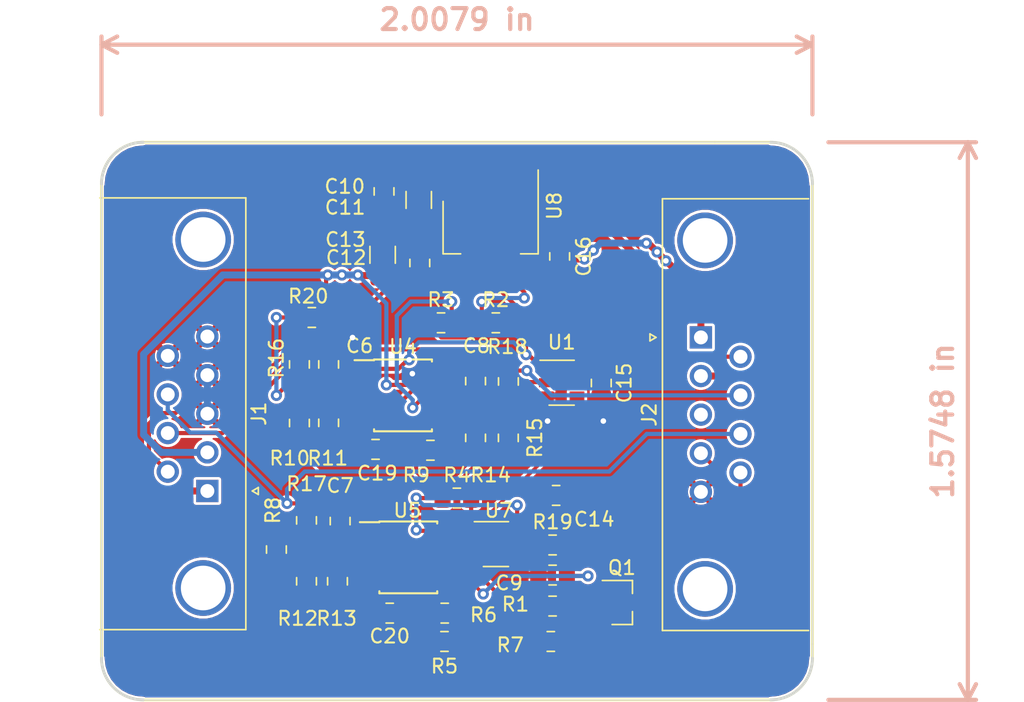
<source format=kicad_pcb>
(kicad_pcb (version 20171130) (host pcbnew "(5.1.0)-1")
  (layers (0 F.Cu signal) (31 B.Cu signal) (34 B.Paste user) (35 F.Paste user) (36 B.SilkS user) (37 F.SilkS user) (38 B.Mask user) (39 F.Mask user) (44 Edge.Cuts user))
  (net 0 "")
  (net 1 GND)
  (net 2 "Net-(C6-Pad1)")
  (net 3 "Net-(C7-Pad1)")
  (net 4 "Net-(C8-Pad1)")
  (net 5 +12V)
  (net 6 VCC)
  (net 7 CURRENT_SENSOR)
  (net 8 PRESSURE_SENSOR2)
  (net 9 PRESSURE_SENSOR1)
  (net 10 BSPD_RELAY_DRIVE)
  (net 11 "Net-(Q1-Pad1)")
  (net 12 /VREF1)
  (net 13 /VREF2)
  (net 14 /VREF3)
  (net 15 "Net-(R19-Pad1)")
  (net 16 "Net-(C9-Pad1)")
  (net 17 ~BSPD_ERROR)
  (net 18 "Net-(R2-Pad2)")
  (net 19 "Net-(R3-Pad2)")
  (net 20 "Net-(R4-Pad2)")
  (net 21 "Net-(R5-Pad2)")
  (net 22 "Net-(U1-Pad4)")
  (module Package_TO_SOT_SMD:SOT-23-5 (layer F.Cu) (at 87.01 128.25)
    (fp_text reference U1 (at 0 -2.9) (layer F.SilkS))
    (fp_text value 74LVC1G32)
    (pad 5 smd rect (at 1.1 -0.95) (size 1.06 0.65) (layers F.Cu F.Paste F.Mask) (net 6 VCC))
    (pad 4 smd rect (at 1.1 0.95) (size 1.06 0.65) (layers F.Cu F.Paste F.Mask) (net 22 "Net-(U1-Pad4)"))
    (pad 3 smd rect (at -1.1 0.95) (size 1.06 0.65) (layers F.Cu F.Paste F.Mask) (net 1 GND))
    (pad 2 smd rect (at -1.1 0) (size 1.06 0.65) (layers F.Cu F.Paste F.Mask) (net 19 "Net-(R3-Pad2)"))
    (pad 1 smd rect (at -1.1 -0.95) (size 1.06 0.65) (layers F.Cu F.Paste F.Mask) (net 18 "Net-(R2-Pad2)"))
  )
  (module Capacitor_SMD:C_0805_2012Metric_Pad1.15x1.40mm_HandSolder (layer F.Cu) (at 70.2945 126.9365 90)
    (fp_text reference C6 (at 1.3335 2.2225 180) (layer F.SilkS))
    (fp_text value 1uF)
    (pad 2 smd roundrect (at 1.025 0 90) (size 1.15 1.4) (layers F.Cu F.Paste F.Mask) (roundrect_rratio 0.217391) (net 1 GND))
    (pad 1 smd roundrect (at -1.025 0 90) (size 1.15 1.4) (layers F.Cu F.Paste F.Mask) (roundrect_rratio 0.217391) (net 2 "Net-(C6-Pad1)"))
  )
  (module Capacitor_SMD:C_0805_2012Metric_Pad1.15x1.40mm_HandSolder (layer F.Cu) (at 71.12 138.176 90)
    (fp_text reference C7 (at 2.54 0 -180) (layer F.SilkS))
    (fp_text value 1uF)
    (pad 1 smd roundrect (at -1.025 0 90) (size 1.15 1.4) (layers F.Cu F.Paste F.Mask) (roundrect_rratio 0.217391) (net 3 "Net-(C7-Pad1)"))
    (pad 2 smd roundrect (at 1.025 0 90) (size 1.15 1.4) (layers F.Cu F.Paste F.Mask) (roundrect_rratio 0.217391) (net 1 GND))
  )
  (module Capacitor_SMD:C_0805_2012Metric_Pad1.15x1.40mm_HandSolder (layer F.Cu) (at 80.8355 128.134 90)
    (fp_text reference C8 (at 2.531 0.0635 180) (layer F.SilkS))
    (fp_text value 1uF)
    (pad 2 smd roundrect (at 1.025 0 90) (size 1.15 1.4) (layers F.Cu F.Paste F.Mask) (roundrect_rratio 0.217391) (net 1 GND))
    (pad 1 smd roundrect (at -1.025 0 90) (size 1.15 1.4) (layers F.Cu F.Paste F.Mask) (roundrect_rratio 0.217391) (net 4 "Net-(C8-Pad1)"))
  )
  (module Capacitor_SMD:C_0805_2012Metric_Pad1.15x1.40mm_HandSolder (layer F.Cu) (at 86.36 142.0495 180)
    (fp_text reference C9 (at 3.1115 -0.5715 180) (layer F.SilkS))
    (fp_text value 1uF)
    (pad 1 smd roundrect (at -1.025 0 180) (size 1.15 1.4) (layers F.Cu F.Paste F.Mask) (roundrect_rratio 0.217391) (net 16 "Net-(C9-Pad1)"))
    (pad 2 smd roundrect (at 1.025 0 180) (size 1.15 1.4) (layers F.Cu F.Paste F.Mask) (roundrect_rratio 0.217391) (net 1 GND))
  )
  (module Capacitor_SMD:C_1206_3216Metric_Pad1.42x1.75mm_HandSolder (layer F.Cu) (at 76.7588 115.1382 270)
    (fp_text reference C10 (at -0.9652 5.3086) (layer F.SilkS))
    (fp_text value 10uF)
    (pad 1 smd roundrect (at -1.4875 0 270) (size 1.425 1.75) (layers F.Cu F.Paste F.Mask) (roundrect_rratio 0.175439) (net 5 +12V))
    (pad 2 smd roundrect (at 1.4875 0 270) (size 1.425 1.75) (layers F.Cu F.Paste F.Mask) (roundrect_rratio 0.175439) (net 1 GND))
  )
  (module Capacitor_SMD:C_0805_2012Metric_Pad1.15x1.40mm_HandSolder (layer F.Cu) (at 74.2696 114.5286 270)
    (fp_text reference C11 (at 1.143 2.794) (layer F.SilkS))
    (fp_text value 100nF)
    (pad 1 smd roundrect (at -1.025 0 270) (size 1.15 1.4) (layers F.Cu F.Paste F.Mask) (roundrect_rratio 0.217391) (net 5 +12V))
    (pad 2 smd roundrect (at 1.025 0 270) (size 1.15 1.4) (layers F.Cu F.Paste F.Mask) (roundrect_rratio 0.217391) (net 1 GND))
  )
  (module Capacitor_SMD:C_0805_2012Metric_Pad1.15x1.40mm_HandSolder (layer F.Cu) (at 76.835 119.6594 90)
    (fp_text reference C12 (at 0.381 -5.2832 180) (layer F.SilkS))
    (fp_text value 100nF)
    (pad 1 smd roundrect (at -1.025 0 90) (size 1.15 1.4) (layers F.Cu F.Paste F.Mask) (roundrect_rratio 0.217391) (net 6 VCC))
    (pad 2 smd roundrect (at 1.025 0 90) (size 1.15 1.4) (layers F.Cu F.Paste F.Mask) (roundrect_rratio 0.217391) (net 1 GND))
  )
  (module Capacitor_SMD:C_1206_3216Metric_Pad1.42x1.75mm_HandSolder (layer F.Cu) (at 74.168 119.0752 90)
    (fp_text reference C13 (at 1.0922 -2.667 180) (layer F.SilkS))
    (fp_text value 10uF)
    (pad 2 smd roundrect (at 1.4875 0 90) (size 1.425 1.75) (layers F.Cu F.Paste F.Mask) (roundrect_rratio 0.175439) (net 1 GND))
    (pad 1 smd roundrect (at -1.4875 0 90) (size 1.425 1.75) (layers F.Cu F.Paste F.Mask) (roundrect_rratio 0.175439) (net 6 VCC))
  )
  (module Capacitor_SMD:C_0805_2012Metric_Pad1.15x1.40mm_HandSolder (layer F.Cu) (at 86.614 136.3345)
    (fp_text reference C14 (at 2.7305 1.7145) (layer F.SilkS))
    (fp_text value 100nF)
    (pad 2 smd roundrect (at 1.025 0) (size 1.15 1.4) (layers F.Cu F.Paste F.Mask) (roundrect_rratio 0.217391) (net 1 GND))
    (pad 1 smd roundrect (at -1.025 0) (size 1.15 1.4) (layers F.Cu F.Paste F.Mask) (roundrect_rratio 0.217391) (net 6 VCC))
  )
  (module Capacitor_SMD:C_0805_2012Metric_Pad1.15x1.40mm_HandSolder (layer F.Cu) (at 89.8525 128.27 270)
    (fp_text reference C15 (at 0 -1.65 270) (layer F.SilkS))
    (fp_text value 100nF)
    (pad 1 smd roundrect (at -1.025 0 270) (size 1.15 1.4) (layers F.Cu F.Paste F.Mask) (roundrect_rratio 0.217391) (net 6 VCC))
    (pad 2 smd roundrect (at 1.025 0 270) (size 1.15 1.4) (layers F.Cu F.Paste F.Mask) (roundrect_rratio 0.217391) (net 1 GND))
  )
  (module Capacitor_SMD:C_0805_2012Metric_Pad1.15x1.40mm_HandSolder (layer F.Cu) (at 86.868 119.1895 90)
    (fp_text reference C16 (at 0 1.7145 90) (layer F.SilkS))
    (fp_text value 100nF)
    (pad 2 smd roundrect (at 1.025 0 90) (size 1.15 1.4) (layers F.Cu F.Paste F.Mask) (roundrect_rratio 0.217391) (net 1 GND))
    (pad 1 smd roundrect (at -1.025 0 90) (size 1.15 1.4) (layers F.Cu F.Paste F.Mask) (roundrect_rratio 0.217391) (net 6 VCC))
  )
  (module Capacitor_SMD:C_0805_2012Metric_Pad1.15x1.40mm_HandSolder (layer F.Cu) (at 73.66 133.0325 180)
    (fp_text reference C19 (at -0.127 -1.7145 180) (layer F.SilkS))
    (fp_text value 100nF)
    (pad 2 smd roundrect (at 1.025 0 180) (size 1.15 1.4) (layers F.Cu F.Paste F.Mask) (roundrect_rratio 0.217391) (net 1 GND))
    (pad 1 smd roundrect (at -1.025 0 180) (size 1.15 1.4) (layers F.Cu F.Paste F.Mask) (roundrect_rratio 0.217391) (net 6 VCC))
  )
  (module Capacitor_SMD:C_0805_2012Metric_Pad1.15x1.40mm_HandSolder (layer F.Cu) (at 74.676 144.78 180)
    (fp_text reference C20 (at 0 -1.651 180) (layer F.SilkS))
    (fp_text value 100nF)
    (pad 1 smd roundrect (at -1.025 0 180) (size 1.15 1.4) (layers F.Cu F.Paste F.Mask) (roundrect_rratio 0.217391) (net 6 VCC))
    (pad 2 smd roundrect (at 1.025 0 180) (size 1.15 1.4) (layers F.Cu F.Paste F.Mask) (roundrect_rratio 0.217391) (net 1 GND))
  )
  (module Connector_Dsub:DSUB-9_Female_Horizontal_P2.77x2.84mm_EdgePinOffset4.94mm_Housed_MountingHolesOffset7.48mm (layer F.Cu) (at 61.595 136.017 270)
    (fp_text reference J1 (at -5.54 -3.7 270) (layer F.SilkS))
    (fp_text value DB9_Female)
    (pad 0 thru_hole circle (at 6.96 0.3 270) (size 4 4) (drill 3.2) (layers *.Cu *.Mask))
    (pad 0 thru_hole circle (at -18.04 0.3 270) (size 4 4) (drill 3.2) (layers *.Cu *.Mask))
    (pad 9 thru_hole circle (at -9.695 2.84 270) (size 1.6 1.6) (drill 1) (layers *.Cu *.Mask) (net 1 GND))
    (pad 8 thru_hole circle (at -6.925 2.84 270) (size 1.6 1.6) (drill 1) (layers *.Cu *.Mask) (net 7 CURRENT_SENSOR))
    (pad 7 thru_hole circle (at -4.155 2.84 270) (size 1.6 1.6) (drill 1) (layers *.Cu *.Mask) (net 8 PRESSURE_SENSOR2))
    (pad 6 thru_hole circle (at -1.385 2.84 270) (size 1.6 1.6) (drill 1) (layers *.Cu *.Mask) (net 9 PRESSURE_SENSOR1))
    (pad 5 thru_hole circle (at -11.08 0 270) (size 1.6 1.6) (drill 1) (layers *.Cu *.Mask) (net 1 GND))
    (pad 4 thru_hole circle (at -8.31 0 270) (size 1.6 1.6) (drill 1) (layers *.Cu *.Mask) (net 1 GND))
    (pad 3 thru_hole circle (at -5.54 0 270) (size 1.6 1.6) (drill 1) (layers *.Cu *.Mask) (net 1 GND))
    (pad 2 thru_hole circle (at -2.77 0 270) (size 1.6 1.6) (drill 1) (layers *.Cu *.Mask) (net 6 VCC))
    (pad 1 thru_hole rect (at 0 0 270) (size 1.6 1.6) (drill 1) (layers *.Cu *.Mask) (net 5 +12V))
  )
  (module Connector_Dsub:DSUB-9_Female_Horizontal_P2.77x2.84mm_EdgePinOffset4.94mm_Housed_MountingHolesOffset7.48mm (layer F.Cu) (at 97 125 90)
    (fp_text reference J2 (at -5.54 -3.7 90) (layer F.SilkS))
    (fp_text value DB9_Female)
    (pad 1 thru_hole rect (at 0 0 90) (size 1.6 1.6) (drill 1) (layers *.Cu *.Mask) (net 5 +12V))
    (pad 2 thru_hole circle (at -2.77 0 90) (size 1.6 1.6) (drill 1) (layers *.Cu *.Mask) (net 6 VCC))
    (pad 3 thru_hole circle (at -5.54 0 90) (size 1.6 1.6) (drill 1) (layers *.Cu *.Mask))
    (pad 4 thru_hole circle (at -8.31 0 90) (size 1.6 1.6) (drill 1) (layers *.Cu *.Mask) (net 10 BSPD_RELAY_DRIVE))
    (pad 5 thru_hole circle (at -11.08 0 90) (size 1.6 1.6) (drill 1) (layers *.Cu *.Mask) (net 1 GND))
    (pad 6 thru_hole circle (at -1.385 2.84 90) (size 1.6 1.6) (drill 1) (layers *.Cu *.Mask) (net 9 PRESSURE_SENSOR1))
    (pad 7 thru_hole circle (at -4.155 2.84 90) (size 1.6 1.6) (drill 1) (layers *.Cu *.Mask) (net 8 PRESSURE_SENSOR2))
    (pad 8 thru_hole circle (at -6.925 2.84 90) (size 1.6 1.6) (drill 1) (layers *.Cu *.Mask) (net 7 CURRENT_SENSOR))
    (pad 9 thru_hole circle (at -9.695 2.84 90) (size 1.6 1.6) (drill 1) (layers *.Cu *.Mask) (net 17 ~BSPD_ERROR))
    (pad 0 thru_hole circle (at -18.04 0.3 90) (size 4 4) (drill 3.2) (layers *.Cu *.Mask))
    (pad 0 thru_hole circle (at 6.96 0.3 90) (size 4 4) (drill 3.2) (layers *.Cu *.Mask))
  )
  (module Package_TO_SOT_SMD:SOT-23 (layer F.Cu) (at 91.329 144.018)
    (fp_text reference Q1 (at 0 -2.5) (layer F.SilkS))
    (fp_text value BC817)
    (pad 1 smd rect (at -1 -0.95) (size 0.9 0.8) (layers F.Cu F.Paste F.Mask) (net 11 "Net-(Q1-Pad1)"))
    (pad 2 smd rect (at -1 0.95) (size 0.9 0.8) (layers F.Cu F.Paste F.Mask) (net 1 GND))
    (pad 3 smd rect (at 1 0) (size 0.9 0.8) (layers F.Cu F.Paste F.Mask) (net 10 BSPD_RELAY_DRIVE))
  )
  (module Resistor_SMD:R_0805_2012Metric_Pad1.15x1.40mm_HandSolder (layer F.Cu) (at 86.36 144.272 180)
    (fp_text reference R1 (at 2.667 0.127 180) (layer F.SilkS))
    (fp_text value 560R)
    (pad 1 smd roundrect (at -1.025 0 180) (size 1.15 1.4) (layers F.Cu F.Paste F.Mask) (roundrect_rratio 0.217391) (net 17 ~BSPD_ERROR))
    (pad 2 smd roundrect (at 1.025 0 180) (size 1.15 1.4) (layers F.Cu F.Paste F.Mask) (roundrect_rratio 0.217391) (net 11 "Net-(Q1-Pad1)"))
  )
  (module Resistor_SMD:R_0805_2012Metric_Pad1.15x1.40mm_HandSolder (layer F.Cu) (at 68.199 131.1402 90)
    (fp_text reference R10 (at -2.5273 -0.6985 180) (layer F.SilkS))
    (fp_text value 1K)
    (pad 2 smd roundrect (at 1.025 0 90) (size 1.15 1.4) (layers F.Cu F.Paste F.Mask) (roundrect_rratio 0.217391) (net 12 /VREF1))
    (pad 1 smd roundrect (at -1.025 0 90) (size 1.15 1.4) (layers F.Cu F.Paste F.Mask) (roundrect_rratio 0.217391) (net 6 VCC))
  )
  (module Resistor_SMD:R_0805_2012Metric_Pad1.15x1.40mm_HandSolder (layer F.Cu) (at 70.2945 131.1275 270)
    (fp_text reference R11 (at 2.54 0.0635 180) (layer F.SilkS))
    (fp_text value 560R)
    (pad 1 smd roundrect (at -1.025 0 270) (size 1.15 1.4) (layers F.Cu F.Paste F.Mask) (roundrect_rratio 0.217391) (net 12 /VREF1))
    (pad 2 smd roundrect (at 1.025 0 270) (size 1.15 1.4) (layers F.Cu F.Paste F.Mask) (roundrect_rratio 0.217391) (net 1 GND))
  )
  (module Resistor_SMD:R_0805_2012Metric_Pad1.15x1.40mm_HandSolder (layer F.Cu) (at 68.707 142.494 90)
    (fp_text reference R12 (at -2.667 -0.635) (layer F.SilkS))
    (fp_text value 10K)
    (pad 1 smd roundrect (at -1.025 0 90) (size 1.15 1.4) (layers F.Cu F.Paste F.Mask) (roundrect_rratio 0.217391) (net 6 VCC))
    (pad 2 smd roundrect (at 1.025 0 90) (size 1.15 1.4) (layers F.Cu F.Paste F.Mask) (roundrect_rratio 0.217391) (net 14 /VREF3))
  )
  (module Resistor_SMD:R_0805_2012Metric_Pad1.15x1.40mm_HandSolder (layer F.Cu) (at 70.9295 142.494 270)
    (fp_text reference R13 (at 2.667 0.0635 180) (layer F.SilkS))
    (fp_text value 1K)
    (pad 1 smd roundrect (at -1.025 0 270) (size 1.15 1.4) (layers F.Cu F.Paste F.Mask) (roundrect_rratio 0.217391) (net 14 /VREF3))
    (pad 2 smd roundrect (at 1.025 0 270) (size 1.15 1.4) (layers F.Cu F.Paste F.Mask) (roundrect_rratio 0.217391) (net 1 GND))
  )
  (module Resistor_SMD:R_0805_2012Metric_Pad1.15x1.40mm_HandSolder (layer F.Cu) (at 80.8355 132.207 90)
    (fp_text reference R14 (at -2.667 1.0795 180) (layer F.SilkS))
    (fp_text value 1K)
    (pad 2 smd roundrect (at 1.025 0 90) (size 1.15 1.4) (layers F.Cu F.Paste F.Mask) (roundrect_rratio 0.217391) (net 13 /VREF2))
    (pad 1 smd roundrect (at -1.025 0 90) (size 1.15 1.4) (layers F.Cu F.Paste F.Mask) (roundrect_rratio 0.217391) (net 6 VCC))
  )
  (module Resistor_SMD:R_0805_2012Metric_Pad1.15x1.40mm_HandSolder (layer F.Cu) (at 83.185 132.207 270)
    (fp_text reference R15 (at 0 -1.905 90) (layer F.SilkS))
    (fp_text value 560R)
    (pad 1 smd roundrect (at -1.025 0 270) (size 1.15 1.4) (layers F.Cu F.Paste F.Mask) (roundrect_rratio 0.217391) (net 13 /VREF2))
    (pad 2 smd roundrect (at 1.025 0 270) (size 1.15 1.4) (layers F.Cu F.Paste F.Mask) (roundrect_rratio 0.217391) (net 1 GND))
  )
  (module Resistor_SMD:R_0805_2012Metric_Pad1.15x1.40mm_HandSolder (layer F.Cu) (at 68.199 126.9365 90)
    (fp_text reference R16 (at 0.4445 -1.651 270) (layer F.SilkS))
    (fp_text value 10K)
    (pad 2 smd roundrect (at 1.025 0 90) (size 1.15 1.4) (layers F.Cu F.Paste F.Mask) (roundrect_rratio 0.217391) (net 9 PRESSURE_SENSOR1))
    (pad 1 smd roundrect (at -1.025 0 90) (size 1.15 1.4) (layers F.Cu F.Paste F.Mask) (roundrect_rratio 0.217391) (net 2 "Net-(C6-Pad1)"))
  )
  (module Resistor_SMD:R_0805_2012Metric_Pad1.15x1.40mm_HandSolder (layer F.Cu) (at 68.707 138.1252 90)
    (fp_text reference R17 (at 2.6162 0 180) (layer F.SilkS))
    (fp_text value 10K)
    (pad 2 smd roundrect (at 1.025 0 90) (size 1.15 1.4) (layers F.Cu F.Paste F.Mask) (roundrect_rratio 0.217391) (net 7 CURRENT_SENSOR))
    (pad 1 smd roundrect (at -1.025 0 90) (size 1.15 1.4) (layers F.Cu F.Paste F.Mask) (roundrect_rratio 0.217391) (net 3 "Net-(C7-Pad1)"))
  )
  (module Resistor_SMD:R_0805_2012Metric_Pad1.15x1.40mm_HandSolder (layer F.Cu) (at 83.19 128.16 90)
    (fp_text reference R18 (at 2.4892 -0.0635 180) (layer F.SilkS))
    (fp_text value 10K)
    (pad 1 smd roundrect (at -1.025 0 90) (size 1.15 1.4) (layers F.Cu F.Paste F.Mask) (roundrect_rratio 0.217391) (net 4 "Net-(C8-Pad1)"))
    (pad 2 smd roundrect (at 1.025 0 90) (size 1.15 1.4) (layers F.Cu F.Paste F.Mask) (roundrect_rratio 0.217391) (net 8 PRESSURE_SENSOR2))
  )
  (module Resistor_SMD:R_0805_2012Metric_Pad1.15x1.40mm_HandSolder (layer F.Cu) (at 86.36 139.8905)
    (fp_text reference R19 (at 0 -1.65) (layer F.SilkS))
    (fp_text value 1M)
    (pad 2 smd roundrect (at 1.025 0) (size 1.15 1.4) (layers F.Cu F.Paste F.Mask) (roundrect_rratio 0.217391) (net 16 "Net-(C9-Pad1)"))
    (pad 1 smd roundrect (at -1.025 0) (size 1.15 1.4) (layers F.Cu F.Paste F.Mask) (roundrect_rratio 0.217391) (net 15 "Net-(R19-Pad1)"))
  )
  (module Package_SO:SOIC-8_3.9x4.9mm_P1.27mm (layer F.Cu) (at 75.6285 129.159)
    (fp_text reference U4 (at 0 -3.5) (layer F.SilkS))
    (fp_text value LM393)
    (pad 1 smd rect (at -2.7 -1.905) (size 1.55 0.6) (layers F.Cu F.Paste F.Mask) (net 18 "Net-(R2-Pad2)"))
    (pad 2 smd rect (at -2.7 -0.635) (size 1.55 0.6) (layers F.Cu F.Paste F.Mask) (net 2 "Net-(C6-Pad1)"))
    (pad 3 smd rect (at -2.7 0.635) (size 1.55 0.6) (layers F.Cu F.Paste F.Mask) (net 12 /VREF1))
    (pad 4 smd rect (at -2.7 1.905) (size 1.55 0.6) (layers F.Cu F.Paste F.Mask) (net 1 GND))
    (pad 5 smd rect (at 2.7 1.905) (size 1.55 0.6) (layers F.Cu F.Paste F.Mask) (net 13 /VREF2))
    (pad 6 smd rect (at 2.7 0.635) (size 1.55 0.6) (layers F.Cu F.Paste F.Mask) (net 4 "Net-(C8-Pad1)"))
    (pad 7 smd rect (at 2.7 -0.635) (size 1.55 0.6) (layers F.Cu F.Paste F.Mask) (net 19 "Net-(R3-Pad2)"))
    (pad 8 smd rect (at 2.7 -1.905) (size 1.55 0.6) (layers F.Cu F.Paste F.Mask) (net 6 VCC))
  )
  (module Package_SO:SOIC-8_3.9x4.9mm_P1.27mm (layer F.Cu) (at 76.0095 140.7795)
    (fp_text reference U5 (at -0.0635 -3.3655) (layer F.SilkS))
    (fp_text value LM393)
    (pad 8 smd rect (at 2.7 -1.905) (size 1.55 0.6) (layers F.Cu F.Paste F.Mask) (net 6 VCC))
    (pad 7 smd rect (at 2.7 -0.635) (size 1.55 0.6) (layers F.Cu F.Paste F.Mask) (net 17 ~BSPD_ERROR))
    (pad 6 smd rect (at 2.7 0.635) (size 1.55 0.6) (layers F.Cu F.Paste F.Mask) (net 21 "Net-(R5-Pad2)"))
    (pad 5 smd rect (at 2.7 1.905) (size 1.55 0.6) (layers F.Cu F.Paste F.Mask) (net 16 "Net-(C9-Pad1)"))
    (pad 4 smd rect (at -2.7 1.905) (size 1.55 0.6) (layers F.Cu F.Paste F.Mask) (net 1 GND))
    (pad 3 smd rect (at -2.7 0.635) (size 1.55 0.6) (layers F.Cu F.Paste F.Mask) (net 14 /VREF3))
    (pad 2 smd rect (at -2.7 -0.635) (size 1.55 0.6) (layers F.Cu F.Paste F.Mask) (net 3 "Net-(C7-Pad1)"))
    (pad 1 smd rect (at -2.7 -1.905) (size 1.55 0.6) (layers F.Cu F.Paste F.Mask) (net 20 "Net-(R4-Pad2)"))
  )
  (module Package_TO_SOT_SMD:SOT-23-5 (layer F.Cu) (at 82.296 139.827)
    (fp_text reference U7 (at 0.1905 -2.413) (layer F.SilkS))
    (fp_text value 74LVC1G32)
    (pad 1 smd rect (at -1.1 -0.95) (size 1.06 0.65) (layers F.Cu F.Paste F.Mask) (net 22 "Net-(U1-Pad4)"))
    (pad 2 smd rect (at -1.1 0) (size 1.06 0.65) (layers F.Cu F.Paste F.Mask) (net 20 "Net-(R4-Pad2)"))
    (pad 3 smd rect (at -1.1 0.95) (size 1.06 0.65) (layers F.Cu F.Paste F.Mask) (net 1 GND))
    (pad 4 smd rect (at 1.1 0.95) (size 1.06 0.65) (layers F.Cu F.Paste F.Mask) (net 15 "Net-(R19-Pad1)"))
    (pad 5 smd rect (at 1.1 -0.95) (size 1.06 0.65) (layers F.Cu F.Paste F.Mask) (net 6 VCC))
  )
  (module Package_TO_SOT_SMD:SOT-223-3_TabPin2 (layer F.Cu) (at 81.915 117.094 270)
    (fp_text reference U8 (at -1.524 -4.572 270) (layer F.SilkS))
    (fp_text value AMS1117-5.0)
    (pad 2 smd rect (at 3.15 0 270) (size 2 3.8) (layers F.Cu F.Paste F.Mask) (net 6 VCC))
    (pad 2 smd rect (at -3.15 0 270) (size 2 1.5) (layers F.Cu F.Paste F.Mask) (net 6 VCC))
    (pad 3 smd rect (at -3.15 2.3 270) (size 2 1.5) (layers F.Cu F.Paste F.Mask) (net 5 +12V))
    (pad 1 smd rect (at -3.15 -2.3 270) (size 2 1.5) (layers F.Cu F.Paste F.Mask) (net 1 GND))
  )
  (module Resistor_SMD:R_0805_2012Metric_Pad1.15x1.40mm_HandSolder (layer F.Cu) (at 82.287 123.952)
    (fp_text reference R2 (at 0 -1.65) (layer F.SilkS))
    (fp_text value 1K)
    (pad 1 smd roundrect (at -1.025 0) (size 1.15 1.4) (layers F.Cu F.Paste F.Mask) (roundrect_rratio 0.217391) (net 6 VCC))
    (pad 2 smd roundrect (at 1.025 0) (size 1.15 1.4) (layers F.Cu F.Paste F.Mask) (roundrect_rratio 0.217391) (net 18 "Net-(R2-Pad2)"))
  )
  (module Resistor_SMD:R_0805_2012Metric_Pad1.15x1.40mm_HandSolder (layer F.Cu) (at 78.359 123.952)
    (fp_text reference R3 (at 0 -1.65) (layer F.SilkS))
    (fp_text value 1K)
    (pad 2 smd roundrect (at 1.025 0) (size 1.15 1.4) (layers F.Cu F.Paste F.Mask) (roundrect_rratio 0.217391) (net 19 "Net-(R3-Pad2)"))
    (pad 1 smd roundrect (at -1.025 0) (size 1.15 1.4) (layers F.Cu F.Paste F.Mask) (roundrect_rratio 0.217391) (net 6 VCC))
  )
  (module Resistor_SMD:R_0805_2012Metric_Pad1.15x1.40mm_HandSolder (layer F.Cu) (at 79.493 136.525)
    (fp_text reference R4 (at 0 -1.65) (layer F.SilkS))
    (fp_text value 1K)
    (pad 1 smd roundrect (at -1.025 0) (size 1.15 1.4) (layers F.Cu F.Paste F.Mask) (roundrect_rratio 0.217391) (net 6 VCC))
    (pad 2 smd roundrect (at 1.025 0) (size 1.15 1.4) (layers F.Cu F.Paste F.Mask) (roundrect_rratio 0.217391) (net 20 "Net-(R4-Pad2)"))
  )
  (module Resistor_SMD:R_0805_2012Metric_Pad1.15x1.40mm_HandSolder (layer F.Cu) (at 78.604 146.812)
    (fp_text reference R5 (at 0 1.778) (layer F.SilkS))
    (fp_text value 1K)
    (pad 2 smd roundrect (at 1.025 0) (size 1.15 1.4) (layers F.Cu F.Paste F.Mask) (roundrect_rratio 0.217391) (net 21 "Net-(R5-Pad2)"))
    (pad 1 smd roundrect (at -1.025 0) (size 1.15 1.4) (layers F.Cu F.Paste F.Mask) (roundrect_rratio 0.217391) (net 6 VCC))
  )
  (module Resistor_SMD:R_0805_2012Metric_Pad1.15x1.40mm_HandSolder (layer F.Cu) (at 78.622 144.78 180)
    (fp_text reference R6 (at -2.785 -0.127 180) (layer F.SilkS))
    (fp_text value 1K)
    (pad 1 smd roundrect (at -1.025 0 180) (size 1.15 1.4) (layers F.Cu F.Paste F.Mask) (roundrect_rratio 0.217391) (net 21 "Net-(R5-Pad2)"))
    (pad 2 smd roundrect (at 1.025 0 180) (size 1.15 1.4) (layers F.Cu F.Paste F.Mask) (roundrect_rratio 0.217391) (net 1 GND))
  )
  (module Resistor_SMD:R_0805_2012Metric_Pad1.15x1.40mm_HandSolder (layer F.Cu) (at 86.233 146.812)
    (fp_text reference R7 (at -2.912 0.254) (layer F.SilkS))
    (fp_text value 1K)
    (pad 2 smd roundrect (at 1.025 0) (size 1.15 1.4) (layers F.Cu F.Paste F.Mask) (roundrect_rratio 0.217391) (net 17 ~BSPD_ERROR))
    (pad 1 smd roundrect (at -1.025 0) (size 1.15 1.4) (layers F.Cu F.Paste F.Mask) (roundrect_rratio 0.217391) (net 6 VCC))
  )
  (module Resistor_SMD:R_0805_2012Metric_Pad1.15x1.40mm_HandSolder (layer F.Cu) (at 66.548 140.217 90)
    (fp_text reference R8 (at 2.803 -0.254 90) (layer F.SilkS))
    (fp_text value 1M)
    (pad 1 smd roundrect (at -1.025 0 90) (size 1.15 1.4) (layers F.Cu F.Paste F.Mask) (roundrect_rratio 0.217391) (net 6 VCC))
    (pad 2 smd roundrect (at 1.025 0 90) (size 1.15 1.4) (layers F.Cu F.Paste F.Mask) (roundrect_rratio 0.217391) (net 3 "Net-(C7-Pad1)"))
  )
  (module Resistor_SMD:R_0805_2012Metric_Pad1.15x1.40mm_HandSolder (layer F.Cu) (at 77.597 133.096)
    (fp_text reference R9 (at -1.016 1.778) (layer F.SilkS))
    (fp_text value 1M)
    (pad 2 smd roundrect (at 1.025 0) (size 1.15 1.4) (layers F.Cu F.Paste F.Mask) (roundrect_rratio 0.217391) (net 4 "Net-(C8-Pad1)"))
    (pad 1 smd roundrect (at -1.025 0) (size 1.15 1.4) (layers F.Cu F.Paste F.Mask) (roundrect_rratio 0.217391) (net 6 VCC))
  )
  (module Resistor_SMD:R_0805_2012Metric_Pad1.15x1.40mm_HandSolder (layer F.Cu) (at 69.088 123.571 180)
    (fp_text reference R20 (at 0.254 1.524 180) (layer F.SilkS))
    (fp_text value 1M)
    (pad 1 smd roundrect (at -1.025 0 180) (size 1.15 1.4) (layers F.Cu F.Paste F.Mask) (roundrect_rratio 0.217391) (net 6 VCC))
    (pad 2 smd roundrect (at 1.025 0 180) (size 1.15 1.4) (layers F.Cu F.Paste F.Mask) (roundrect_rratio 0.217391) (net 2 "Net-(C6-Pad1)"))
  )
  (gr_line (start 54 114) (end 54 148) (layer Edge.Cuts) (width 0.1))
  (gr_line (start 102 111) (end 57 111) (layer Edge.Cuts) (width 0.1))
  (gr_line (start 105 148) (end 105 114) (layer Edge.Cuts) (width 0.1))
  (gr_line (start 57 151) (end 102 151) (layer Edge.Cuts) (width 0.1))
  (gr_arc (start 57 148) (end 54 148) (angle -90) (layer Edge.Cuts) (width 0.2))
  (gr_arc (start 102 148) (end 102 151) (angle -90) (layer Edge.Cuts) (width 0.2))
  (gr_arc (start 102 114) (end 105 114) (angle -90) (layer Edge.Cuts) (width 0.2))
  (gr_arc (start 57 114) (end 57 111) (angle -90) (layer Edge.Cuts) (width 0.2))
  (gr_arc (start 57 114) (end 57 111) (angle -90) (layer F.SilkS) (width 0.2))
  (dimension 40 (width 0.3) (layer B.SilkS) (gr_text "40.000 mm" (at 118.248028 131 270) (layer B.SilkS) (effects (font (size 1.5 1.5) (thickness 0.3)))) (feature1 (pts (xy 106.148028 151) (xy 116.734449 151))) (feature2 (pts (xy 106.148028 111) (xy 116.734449 111))) (crossbar (pts (xy 116.148028 111) (xy 116.148028 151))) (arrow1a (pts (xy 116.148028 151) (xy 115.561607 149.873496))) (arrow1b (pts (xy 116.148028 151) (xy 116.734449 149.873496))) (arrow2a (pts (xy 116.148028 111) (xy 115.561607 112.126504))) (arrow2b (pts (xy 116.148028 111) (xy 116.734449 112.126504))))
  (dimension 51 (width 0.3) (layer B.SilkS) (gr_text "51.000 mm" (at 79.5 101.9) (layer B.SilkS) (effects (font (size 1.5 1.5) (thickness 0.3)))) (feature1 (pts (xy 105 109) (xy 105 103.413579))) (feature2 (pts (xy 54 109) (xy 54 103.413579))) (crossbar (pts (xy 54 104) (xy 105 104))) (arrow1a (pts (xy 105 104) (xy 103.873496 104.586421))) (arrow1b (pts (xy 105 104) (xy 103.873496 103.413579))) (arrow2a (pts (xy 54 104) (xy 55.126504 104.586421))) (arrow2b (pts (xy 54 104) (xy 55.126504 103.413579))))
  (gr_line (start 105 147) (end 105 148) (layer F.SilkS) (width 0.2))
  (gr_arc (start 102 148) (end 102 151) (angle -90) (layer F.SilkS) (width 0.2))
  (gr_line (start 57 151) (end 102 151) (layer F.SilkS) (width 0.2))
  (gr_line (start 105 114) (end 105 147) (layer F.SilkS) (width 0.2))
  (gr_line (start 102 111) (end 98 111) (layer F.SilkS) (width 0.2))
  (gr_arc (start 102 114) (end 105 114) (angle -90) (layer F.SilkS) (width 0.2))
  (gr_line (start 57 111) (end 98 111) (layer F.SilkS) (width 0.2))
  (gr_arc (start 57 114) (end 57 111) (angle -90) (layer F.SilkS) (width 0.2))
  (gr_line (start 54 148) (end 54 114) (layer F.SilkS) (width 0.2))
  (gr_arc (start 57 148) (end 54 148) (angle -90) (layer F.SilkS) (width 0.2))
  (segment (start 61.595 130.477) (end 61.595 127.707) (width 0.5) (layer B.Cu) (net 1))
  (segment (start 71.0945 125.9115) (end 72 125.006) (width 0.3) (layer F.Cu) (net 1))
  (segment (start 70.2945 125.9115) (end 71.0945 125.9115) (width 0.3) (layer F.Cu) (net 1))
  (via (at 72.010831 125.010831) (size 0.8) (drill 0.4) (layers F.Cu B.Cu) (net 1))
  (segment (start 72 125.006) (end 72.006 125.006) (width 0.3) (layer F.Cu) (net 1))
  (segment (start 72.006 125.006) (end 72.010831 125.010831) (width 0.3) (layer F.Cu) (net 1))
  (via (at 90 131) (size 0.8) (drill 0.4) (layers F.Cu B.Cu) (net 1))
  (via (at 86 131) (size 0.8) (drill 0.4) (layers F.Cu B.Cu) (net 1))
  (via (at 76.3 127.6) (size 0.8) (drill 0.4) (layers F.Cu B.Cu) (net 1))
  (segment (start 68.199 127.9615) (end 70.2945 127.9615) (width 0.3) (layer F.Cu) (net 2))
  (segment (start 72.366 127.9615) (end 72.9285 128.524) (width 0.3) (layer F.Cu) (net 2))
  (segment (start 70.2945 127.9615) (end 72.366 127.9615) (width 0.3) (layer F.Cu) (net 2))
  (via (at 66.548 129.159) (size 0.8) (drill 0.4) (layers F.Cu B.Cu) (net 2))
  (segment (start 68.199 127.9615) (end 67.7455 127.9615) (width 0.3) (layer F.Cu) (net 2))
  (segment (start 67.7455 127.9615) (end 66.548 129.159) (width 0.3) (layer F.Cu) (net 2))
  (segment (start 66.548 129.159) (end 66.548 123.571) (width 0.3) (layer B.Cu) (net 2))
  (via (at 66.548 123.571) (size 0.8) (drill 0.4) (layers F.Cu B.Cu) (net 2))
  (segment (start 66.548 123.571) (end 68.063 123.571) (width 0.3) (layer F.Cu) (net 2))
  (segment (start 71.0692 139.1502) (end 71.12 139.201) (width 0.3) (layer F.Cu) (net 3))
  (segment (start 68.707 139.1502) (end 71.0692 139.1502) (width 0.3) (layer F.Cu) (net 3))
  (segment (start 72.0635 140.1445) (end 73.3095 140.1445) (width 0.3) (layer F.Cu) (net 3))
  (segment (start 71.12 139.201) (end 72.0635 140.1445) (width 0.3) (layer F.Cu) (net 3))
  (segment (start 66.5898 139.1502) (end 66.548 139.192) (width 0.3) (layer F.Cu) (net 3))
  (segment (start 68.707 139.1502) (end 66.5898 139.1502) (width 0.3) (layer F.Cu) (net 3))
  (segment (start 80.8572 129.1807) (end 80.8355 129.159) (width 0.3) (layer F.Cu) (net 4))
  (segment (start 83.185 129.1807) (end 80.8572 129.1807) (width 0.3) (layer F.Cu) (net 4))
  (segment (start 80.2005 129.794) (end 78.3285 129.794) (width 0.3) (layer F.Cu) (net 4))
  (segment (start 80.8355 129.159) (end 80.2005 129.794) (width 0.3) (layer F.Cu) (net 4))
  (segment (start 77.8535 129.794) (end 78.3285 129.794) (width 0.3) (layer F.Cu) (net 4))
  (segment (start 77.077001 130.570499) (end 77.8535 129.794) (width 0.3) (layer F.Cu) (net 4))
  (segment (start 78.622 133.096) (end 77.077001 131.551001) (width 0.3) (layer F.Cu) (net 4))
  (segment (start 77.077001 131.551001) (end 77.077001 130.570499) (width 0.3) (layer F.Cu) (net 4))
  (segment (start 76.6117 113.5036) (end 76.7588 113.6507) (width 0.5) (layer F.Cu) (net 5))
  (segment (start 74.2696 113.5036) (end 76.6117 113.5036) (width 0.5) (layer F.Cu) (net 5))
  (segment (start 79.3217 113.6507) (end 79.615 113.944) (width 0.5) (layer F.Cu) (net 5))
  (segment (start 76.7588 113.6507) (end 79.3217 113.6507) (width 0.5) (layer F.Cu) (net 5))
  (segment (start 74.2696 113.5036) (end 59.4704 113.5036) (width 0.5) (layer F.Cu) (net 5))
  (segment (start 59.4704 113.5036) (end 55.753 117.221) (width 0.5) (layer F.Cu) (net 5))
  (segment (start 55.753 117.221) (end 55.753 134.239) (width 0.5) (layer F.Cu) (net 5))
  (segment (start 57.531 136.017) (end 61.595 136.017) (width 0.5) (layer F.Cu) (net 5))
  (segment (start 55.753 134.239) (end 57.531 136.017) (width 0.5) (layer F.Cu) (net 5))
  (segment (start 97 123.797) (end 97 125) (width 0.5) (layer F.Cu) (net 5))
  (segment (start 85.09 111.887) (end 97 123.797) (width 0.5) (layer F.Cu) (net 5))
  (segment (start 80.172 111.887) (end 85.09 111.887) (width 0.5) (layer F.Cu) (net 5))
  (segment (start 79.615 113.944) (end 79.615 112.444) (width 0.5) (layer F.Cu) (net 5))
  (segment (start 79.615 112.444) (end 80.172 111.887) (width 0.5) (layer F.Cu) (net 5))
  (segment (start 77.8535 127.254) (end 78.3285 127.254) (width 0.3) (layer F.Cu) (net 6))
  (segment (start 74.685 130.4225) (end 77.8535 127.254) (width 0.3) (layer F.Cu) (net 6))
  (segment (start 74.685 133.0325) (end 74.685 130.4225) (width 0.3) (layer F.Cu) (net 6))
  (segment (start 75.701 140.808) (end 75.701 144.78) (width 0.3) (layer F.Cu) (net 6))
  (segment (start 77.6345 138.8745) (end 75.701 140.808) (width 0.3) (layer F.Cu) (net 6))
  (segment (start 78.7095 138.8745) (end 77.6345 138.8745) (width 0.3) (layer F.Cu) (net 6))
  (segment (start 81.4746 120.6844) (end 81.915 120.244) (width 0.5) (layer F.Cu) (net 6))
  (segment (start 76.835 120.6844) (end 81.4746 120.6844) (width 0.5) (layer F.Cu) (net 6))
  (segment (start 74.2897 120.6844) (end 74.168 120.5627) (width 0.5) (layer F.Cu) (net 6))
  (segment (start 76.835 120.6844) (end 74.2897 120.6844) (width 0.5) (layer F.Cu) (net 6))
  (segment (start 68.199 132.8402) (end 69.7248 134.366) (width 0.3) (layer F.Cu) (net 6))
  (segment (start 68.199 132.1652) (end 68.199 132.8402) (width 0.3) (layer F.Cu) (net 6))
  (segment (start 73.3515 134.366) (end 74.685 133.0325) (width 0.3) (layer F.Cu) (net 6))
  (segment (start 69.7248 134.366) (end 73.3515 134.366) (width 0.3) (layer F.Cu) (net 6))
  (segment (start 85.589 136.889) (end 85.589 136.3345) (width 0.3) (layer F.Cu) (net 6))
  (segment (start 83.601 138.877) (end 85.589 136.889) (width 0.3) (layer F.Cu) (net 6))
  (segment (start 83.396 138.877) (end 83.601 138.877) (width 0.3) (layer F.Cu) (net 6))
  (segment (start 75.701 144.934) (end 77.579 146.812) (width 0.3) (layer F.Cu) (net 6))
  (segment (start 75.701 144.78) (end 75.701 144.934) (width 0.3) (layer F.Cu) (net 6))
  (segment (start 84.15799 147.86201) (end 85.208 146.812) (width 0.3) (layer F.Cu) (net 6))
  (segment (start 78.62901 147.86201) (end 84.15799 147.86201) (width 0.3) (layer F.Cu) (net 6))
  (segment (start 77.579 146.812) (end 78.62901 147.86201) (width 0.3) (layer F.Cu) (net 6))
  (segment (start 89.841 127.2565) (end 89.8525 127.245) (width 0.3) (layer F.Cu) (net 6))
  (segment (start 87.841 127.2565) (end 89.841 127.2565) (width 0.3) (layer F.Cu) (net 6))
  (segment (start 81.915 120.244) (end 81.915 113.944) (width 0.5) (layer F.Cu) (net 6))
  (segment (start 86.8385 120.244) (end 86.868 120.2145) (width 0.5) (layer F.Cu) (net 6))
  (segment (start 81.915 120.244) (end 86.8385 120.244) (width 0.5) (layer F.Cu) (net 6))
  (segment (start 87.841 121.1875) (end 86.868 120.2145) (width 0.3) (layer F.Cu) (net 6))
  (segment (start 87.841 127.2565) (end 87.841 121.1875) (width 0.3) (layer F.Cu) (net 6))
  (segment (start 58.289998 133.247) (end 57.023 131.980002) (width 0.5) (layer B.Cu) (net 6))
  (segment (start 61.595 133.247) (end 58.289998 133.247) (width 0.5) (layer B.Cu) (net 6))
  (segment (start 57.023 126.203998) (end 62.703998 120.523) (width 0.5) (layer B.Cu) (net 6))
  (segment (start 57.023 131.980002) (end 57.023 126.203998) (width 0.5) (layer B.Cu) (net 6))
  (via (at 70.231 120.523) (size 0.8) (drill 0.4) (layers F.Cu B.Cu) (net 6))
  (segment (start 62.703998 120.523) (end 70.231 120.523) (width 0.5) (layer B.Cu) (net 6))
  (via (at 71.246992 120.522992) (size 0.8) (drill 0.4) (layers F.Cu B.Cu) (net 6))
  (segment (start 70.231 120.523) (end 71.247 120.523) (width 0.5) (layer B.Cu) (net 6))
  (segment (start 71.247 120.523) (end 71.246992 120.522992) (width 0.5) (layer B.Cu) (net 6))
  (via (at 72.390008 120.523) (size 0.8) (drill 0.4) (layers F.Cu B.Cu) (net 6))
  (segment (start 71.247 120.523) (end 72.390008 120.523) (width 0.5) (layer B.Cu) (net 6))
  (segment (start 74.168 120.5627) (end 72.429708 120.5627) (width 0.5) (layer F.Cu) (net 6))
  (segment (start 72.429708 120.5627) (end 72.390008 120.523) (width 0.5) (layer F.Cu) (net 6))
  (via (at 88.646 119.38) (size 0.8) (drill 0.4) (layers F.Cu B.Cu) (net 6))
  (segment (start 87.7025 119.38) (end 86.868 120.2145) (width 0.5) (layer F.Cu) (net 6))
  (segment (start 88.646 119.38) (end 87.7025 119.38) (width 0.5) (layer F.Cu) (net 6))
  (via (at 89.281 118.745) (size 0.8) (drill 0.4) (layers F.Cu B.Cu) (net 6))
  (via (at 94.488002 119.507) (size 0.8) (drill 0.4) (layers F.Cu B.Cu) (net 6))
  (via (at 93.853 118.872) (size 0.8) (drill 0.4) (layers F.Cu B.Cu) (net 6))
  (segment (start 89.788998 118.237002) (end 93.091 118.237002) (width 0.5) (layer B.Cu) (net 6))
  (segment (start 88.646 119.38) (end 89.788998 118.237002) (width 0.5) (layer B.Cu) (net 6))
  (segment (start 93.091 118.11) (end 93.091 118.237002) (width 0.5) (layer B.Cu) (net 6))
  (via (at 93.091 118.237002) (size 0.8) (drill 0.4) (layers F.Cu B.Cu) (net 6))
  (segment (start 88.646 119.38) (end 89.281 118.745) (width 0.5) (layer F.Cu) (net 6))
  (segment (start 93.218002 118.237002) (end 93.853 118.872) (width 0.5) (layer F.Cu) (net 6))
  (segment (start 93.091 118.237002) (end 93.218002 118.237002) (width 0.5) (layer F.Cu) (net 6))
  (segment (start 93.853002 118.872) (end 94.488002 119.507) (width 0.5) (layer F.Cu) (net 6))
  (segment (start 93.853 118.872) (end 93.853002 118.872) (width 0.5) (layer F.Cu) (net 6))
  (segment (start 66.548 141.242) (end 66.548 143.002) (width 0.3) (layer F.Cu) (net 6))
  (segment (start 67.065 143.519) (end 68.707 143.519) (width 0.3) (layer F.Cu) (net 6))
  (segment (start 66.548 143.002) (end 67.065 143.519) (width 0.3) (layer F.Cu) (net 6))
  (segment (start 76.5085 133.0325) (end 76.572 133.096) (width 0.3) (layer F.Cu) (net 6))
  (segment (start 74.685 133.0325) (end 76.5085 133.0325) (width 0.3) (layer F.Cu) (net 6))
  (segment (start 80.8355 134.1575) (end 78.468 136.525) (width 0.3) (layer F.Cu) (net 6))
  (segment (start 80.8355 133.232) (end 80.8355 134.1575) (width 0.3) (layer F.Cu) (net 6))
  (via (at 76.581 138.811) (size 0.8) (drill 0.4) (layers F.Cu B.Cu) (net 6))
  (segment (start 77.6345 138.8745) (end 76.6445 138.8745) (width 0.3) (layer F.Cu) (net 6))
  (segment (start 76.6445 138.8745) (end 76.581 138.811) (width 0.3) (layer F.Cu) (net 6))
  (segment (start 76.581 138.811) (end 76.581 136.525) (width 0.3) (layer B.Cu) (net 6))
  (via (at 76.581 136.525) (size 0.8) (drill 0.4) (layers F.Cu B.Cu) (net 6))
  (segment (start 76.581 136.525) (end 78.468 136.525) (width 0.3) (layer F.Cu) (net 6))
  (segment (start 76.572 134.611) (end 76.572 133.096) (width 0.3) (layer F.Cu) (net 6))
  (segment (start 78.468 136.525) (end 78.468 136.507) (width 0.3) (layer F.Cu) (net 6))
  (segment (start 78.468 136.507) (end 76.572 134.611) (width 0.3) (layer F.Cu) (net 6))
  (segment (start 83.396 138.252) (end 83.82 137.828) (width 0.3) (layer F.Cu) (net 6))
  (segment (start 83.396 138.877) (end 83.396 138.252) (width 0.3) (layer F.Cu) (net 6))
  (via (at 83.82 137.033) (size 0.8) (drill 0.4) (layers F.Cu B.Cu) (net 6))
  (segment (start 83.82 137.828) (end 83.82 137.033) (width 0.3) (layer F.Cu) (net 6))
  (segment (start 77.089 137.033) (end 76.581 136.525) (width 0.3) (layer B.Cu) (net 6))
  (segment (start 83.82 137.033) (end 77.089 137.033) (width 0.3) (layer B.Cu) (net 6))
  (segment (start 70.113 120.641) (end 70.231 120.523) (width 0.3) (layer F.Cu) (net 6))
  (segment (start 70.113 123.571) (end 70.113 120.641) (width 0.3) (layer F.Cu) (net 6))
  (via (at 84.328 122.174) (size 0.8) (drill 0.4) (layers F.Cu B.Cu) (net 6))
  (segment (start 84.328 121.757) (end 84.328 122.174) (width 0.3) (layer F.Cu) (net 6))
  (segment (start 81.915 120.244) (end 82.815 120.244) (width 0.3) (layer F.Cu) (net 6))
  (segment (start 82.815 120.244) (end 84.328 121.757) (width 0.3) (layer F.Cu) (net 6))
  (via (at 81.28 122.428) (size 0.8) (drill 0.4) (layers F.Cu B.Cu) (net 6))
  (segment (start 84.328 122.174) (end 81.534 122.174) (width 0.3) (layer B.Cu) (net 6))
  (segment (start 81.534 122.174) (end 81.28 122.428) (width 0.3) (layer B.Cu) (net 6))
  (segment (start 81.28 123.934) (end 81.262 123.952) (width 0.3) (layer F.Cu) (net 6))
  (segment (start 81.28 122.428) (end 81.28 123.934) (width 0.3) (layer F.Cu) (net 6))
  (segment (start 78.38401 125.00201) (end 77.334 123.952) (width 0.3) (layer F.Cu) (net 6))
  (segment (start 80.21199 125.00201) (end 78.38401 125.00201) (width 0.3) (layer F.Cu) (net 6))
  (segment (start 81.262 123.952) (end 80.21199 125.00201) (width 0.3) (layer F.Cu) (net 6))
  (via (at 74.437075 128.407167) (size 0.8) (drill 0.4) (layers F.Cu B.Cu) (net 6))
  (segment (start 77.8535 127.254) (end 76.700333 128.407167) (width 0.3) (layer F.Cu) (net 6))
  (segment (start 76.700333 128.407167) (end 74.437075 128.407167) (width 0.3) (layer F.Cu) (net 6))
  (segment (start 74.437075 122.570067) (end 72.390008 120.523) (width 0.3) (layer B.Cu) (net 6))
  (segment (start 74.437075 128.407167) (end 74.437075 122.570067) (width 0.3) (layer B.Cu) (net 6))
  (segment (start 75.077628 145.403372) (end 75.077628 145.422372) (width 0.3) (layer F.Cu) (net 6))
  (segment (start 75.701 144.78) (end 75.077628 145.403372) (width 0.3) (layer F.Cu) (net 6))
  (segment (start 75.077628 145.422372) (end 74.5 146) (width 0.3) (layer F.Cu) (net 6))
  (segment (start 71.188 146) (end 68.707 143.519) (width 0.3) (layer F.Cu) (net 6))
  (segment (start 74.5 146) (end 71.188 146) (width 0.3) (layer F.Cu) (net 6))
  (segment (start 96.5 121.5) (end 94.507 119.507) (width 0.5) (layer F.Cu) (net 6))
  (segment (start 94.507 119.507) (end 94.488002 119.507) (width 0.5) (layer F.Cu) (net 6))
  (segment (start 97.133998 121.5) (end 96.5 121.5) (width 0.5) (layer F.Cu) (net 6))
  (segment (start 101.084 127.77) (end 101.727 127.127) (width 0.5) (layer F.Cu) (net 6))
  (segment (start 97 127.77) (end 101.084 127.77) (width 0.5) (layer F.Cu) (net 6))
  (segment (start 101.727 127.127) (end 101.727 125.349) (width 0.5) (layer F.Cu) (net 6))
  (segment (start 101.727 125.349) (end 100.838 124.46) (width 0.5) (layer F.Cu) (net 6))
  (segment (start 100.838 124.46) (end 100.093998 124.46) (width 0.5) (layer F.Cu) (net 6))
  (segment (start 100.093998 124.46) (end 97.133998 121.5) (width 0.5) (layer F.Cu) (net 6))
  (via (at 67.31 136.906) (size 0.8) (drill 0.4) (layers F.Cu B.Cu) (net 7))
  (segment (start 68.5128 136.906) (end 68.707 137.1002) (width 0.3) (layer F.Cu) (net 7))
  (segment (start 67.31 136.906) (end 68.5128 136.906) (width 0.3) (layer F.Cu) (net 7))
  (segment (start 62.23 131.826) (end 67.31 136.906) (width 0.3) (layer B.Cu) (net 7))
  (segment (start 60.35763 131.826) (end 62.23 131.826) (width 0.3) (layer B.Cu) (net 7))
  (segment (start 58.755 129.092) (end 58.755 130.22337) (width 0.3) (layer B.Cu) (net 7))
  (segment (start 58.755 130.22337) (end 60.35763 131.826) (width 0.3) (layer B.Cu) (net 7))
  (segment (start 93.119 131.925) (end 99.84 131.925) (width 0.3) (layer B.Cu) (net 7))
  (segment (start 90.424 134.62) (end 93.119 131.925) (width 0.3) (layer B.Cu) (net 7))
  (segment (start 68.58 134.62) (end 90.424 134.62) (width 0.3) (layer B.Cu) (net 7))
  (segment (start 67.31 136.906) (end 67.31 135.89) (width 0.3) (layer B.Cu) (net 7))
  (segment (start 67.31 135.89) (end 68.58 134.62) (width 0.3) (layer B.Cu) (net 7))
  (segment (start 81.9113 125.857) (end 83.185 127.1307) (width 0.3) (layer F.Cu) (net 8))
  (segment (start 71.972546 125.857) (end 81.9113 125.857) (width 0.3) (layer F.Cu) (net 8))
  (segment (start 70.993036 126.83651) (end 71.972546 125.857) (width 0.3) (layer F.Cu) (net 8))
  (segment (start 67.700444 126.83651) (end 70.993036 126.83651) (width 0.3) (layer F.Cu) (net 8))
  (segment (start 58.755 131.862) (end 62.674954 131.862) (width 0.3) (layer F.Cu) (net 8))
  (segment (start 62.674954 131.862) (end 67.700444 126.83651) (width 0.3) (layer F.Cu) (net 8))
  (via (at 84.510998 127.381) (size 0.8) (drill 0.4) (layers F.Cu B.Cu) (net 8))
  (segment (start 99.84 129.155) (end 86.284998 129.155) (width 0.3) (layer B.Cu) (net 8))
  (segment (start 86.284998 129.155) (end 84.510998 127.381) (width 0.3) (layer B.Cu) (net 8))
  (segment (start 83.4353 127.381) (end 83.185 127.1307) (width 0.3) (layer F.Cu) (net 8))
  (segment (start 84.510998 127.381) (end 83.4353 127.381) (width 0.3) (layer F.Cu) (net 8))
  (segment (start 57.404 133.281) (end 58.755 134.632) (width 0.3) (layer F.Cu) (net 9))
  (segment (start 67.399 125.9115) (end 64.1515 129.159) (width 0.3) (layer F.Cu) (net 9))
  (segment (start 68.199 125.9115) (end 67.399 125.9115) (width 0.3) (layer F.Cu) (net 9))
  (segment (start 64.1515 129.159) (end 60.579 129.159) (width 0.3) (layer F.Cu) (net 9))
  (segment (start 60.579 129.159) (end 59.309 130.429) (width 0.3) (layer F.Cu) (net 9))
  (segment (start 59.309 130.429) (end 58.166 130.429) (width 0.3) (layer F.Cu) (net 9))
  (segment (start 57.404 131.191) (end 57.404 133.281) (width 0.3) (layer F.Cu) (net 9))
  (segment (start 58.166 130.429) (end 57.404 131.191) (width 0.3) (layer F.Cu) (net 9))
  (segment (start 95.738 126.385) (end 99.84 126.385) (width 0.3) (layer F.Cu) (net 9))
  (segment (start 93.95299 128.17001) (end 95.738 126.385) (width 0.3) (layer F.Cu) (net 9))
  (segment (start 87.269508 128.17001) (end 93.95299 128.17001) (width 0.3) (layer F.Cu) (net 9))
  (segment (start 86.960999 125.977453) (end 86.960999 127.861501) (width 0.3) (layer F.Cu) (net 9))
  (segment (start 68.670954 125.9115) (end 69.595964 124.98649) (width 0.3) (layer F.Cu) (net 9))
  (segment (start 69.595964 124.98649) (end 70.97451 124.98649) (width 0.3) (layer F.Cu) (net 9))
  (segment (start 70.97451 124.98649) (end 74.283001 121.677999) (width 0.3) (layer F.Cu) (net 9))
  (segment (start 86.960999 127.861501) (end 87.269508 128.17001) (width 0.3) (layer F.Cu) (net 9))
  (segment (start 74.283001 121.677999) (end 82.661545 121.677999) (width 0.3) (layer F.Cu) (net 9))
  (segment (start 68.199 125.9115) (end 68.670954 125.9115) (width 0.3) (layer F.Cu) (net 9))
  (segment (start 82.661545 121.677999) (end 86.960999 125.977453) (width 0.3) (layer F.Cu) (net 9))
  (segment (start 92.379 144.018) (end 98.425 137.972) (width 0.3) (layer F.Cu) (net 10))
  (segment (start 92.329 144.018) (end 92.379 144.018) (width 0.3) (layer F.Cu) (net 10))
  (segment (start 98.425 134.735) (end 97 133.31) (width 0.3) (layer F.Cu) (net 10))
  (segment (start 98.425 137.972) (end 98.425 134.735) (width 0.3) (layer F.Cu) (net 10))
  (segment (start 89.579 143.068) (end 90.329 143.068) (width 0.3) (layer F.Cu) (net 11))
  (segment (start 89.42501 143.22199) (end 89.579 143.068) (width 0.3) (layer F.Cu) (net 11))
  (segment (start 86.38501 143.22199) (end 89.42501 143.22199) (width 0.3) (layer F.Cu) (net 11))
  (segment (start 85.335 144.272) (end 86.38501 143.22199) (width 0.3) (layer F.Cu) (net 11))
  (segment (start 70.2818 130.1152) (end 70.2945 130.1025) (width 0.3) (layer F.Cu) (net 12))
  (segment (start 68.199 130.1152) (end 70.2818 130.1152) (width 0.3) (layer F.Cu) (net 12))
  (segment (start 72.62 130.1025) (end 72.9285 129.794) (width 0.3) (layer F.Cu) (net 12))
  (segment (start 70.2945 130.1025) (end 72.62 130.1025) (width 0.3) (layer F.Cu) (net 12))
  (segment (start 80.7175 131.064) (end 80.8355 131.182) (width 0.3) (layer F.Cu) (net 13))
  (segment (start 78.3285 131.064) (end 80.7175 131.064) (width 0.3) (layer F.Cu) (net 13))
  (segment (start 80.8355 131.182) (end 83.185 131.182) (width 0.3) (layer F.Cu) (net 13))
  (segment (start 68.707 141.469) (end 70.9295 141.469) (width 0.3) (layer F.Cu) (net 14))
  (segment (start 73.255 141.469) (end 73.3095 141.4145) (width 0.3) (layer F.Cu) (net 14))
  (segment (start 70.9295 141.469) (end 73.255 141.469) (width 0.3) (layer F.Cu) (net 14))
  (segment (start 84.4485 140.777) (end 85.335 139.8905) (width 0.3) (layer F.Cu) (net 15))
  (segment (start 83.396 140.777) (end 84.4485 140.777) (width 0.3) (layer F.Cu) (net 15))
  (segment (start 87.385 139.8905) (end 87.385 142.0495) (width 0.3) (layer F.Cu) (net 16))
  (via (at 81.384669 143.405331) (size 0.8) (drill 0.4) (layers F.Cu B.Cu) (net 16))
  (segment (start 81.153 143.383) (end 81.362338 143.383) (width 0.3) (layer F.Cu) (net 16))
  (segment (start 81.362338 143.383) (end 81.384669 143.405331) (width 0.3) (layer F.Cu) (net 16))
  (via (at 88.9 142.113) (size 0.8) (drill 0.4) (layers F.Cu B.Cu) (net 16))
  (segment (start 81.384669 143.405331) (end 82.677 142.113) (width 0.3) (layer B.Cu) (net 16))
  (segment (start 82.677 142.113) (end 88.9 142.113) (width 0.3) (layer B.Cu) (net 16))
  (segment (start 87.4485 142.113) (end 87.385 142.0495) (width 0.3) (layer F.Cu) (net 16))
  (segment (start 88.9 142.113) (end 87.4485 142.113) (width 0.3) (layer F.Cu) (net 16))
  (segment (start 80.663838 142.6845) (end 81.384669 143.405331) (width 0.25) (layer F.Cu) (net 16))
  (segment (start 78.7095 142.6845) (end 80.663838 142.6845) (width 0.25) (layer F.Cu) (net 16))
  (segment (start 79.1845 140.1445) (end 84.709 145.669) (width 0.3) (layer F.Cu) (net 17))
  (segment (start 78.7095 140.1445) (end 79.1845 140.1445) (width 0.3) (layer F.Cu) (net 17))
  (segment (start 85.988 145.669) (end 87.385 144.272) (width 0.3) (layer F.Cu) (net 17))
  (segment (start 84.709 145.669) (end 85.988 145.669) (width 0.3) (layer F.Cu) (net 17))
  (segment (start 87.385 146.685) (end 87.258 146.812) (width 0.3) (layer F.Cu) (net 17))
  (segment (start 87.385 144.272) (end 87.385 146.685) (width 0.3) (layer F.Cu) (net 17))
  (segment (start 92.231003 145.390001) (end 98.830999 145.390001) (width 0.3) (layer F.Cu) (net 17))
  (segment (start 91.059001 144.217999) (end 92.231003 145.390001) (width 0.3) (layer F.Cu) (net 17))
  (segment (start 88.114001 144.217999) (end 91.059001 144.217999) (width 0.3) (layer F.Cu) (net 17))
  (segment (start 87.385 144.272) (end 88.06 144.272) (width 0.3) (layer F.Cu) (net 17))
  (segment (start 88.06 144.272) (end 88.114001 144.217999) (width 0.3) (layer F.Cu) (net 17))
  (segment (start 99.84 144.381) (end 99.84 134.695) (width 0.3) (layer F.Cu) (net 17))
  (segment (start 98.830999 145.390001) (end 99.84 144.381) (width 0.3) (layer F.Cu) (net 17))
  (segment (start 72.9285 127.254) (end 75.311 127.254) (width 0.3) (layer F.Cu) (net 18))
  (via (at 76.073 126.607) (size 0.8) (drill 0.4) (layers F.Cu B.Cu) (net 18))
  (segment (start 75.311 127.254) (end 75.958 126.607) (width 0.3) (layer F.Cu) (net 18))
  (segment (start 75.958 126.607) (end 76.073 126.607) (width 0.3) (layer F.Cu) (net 18))
  (segment (start 76.073 126.607) (end 76.073 126.041315) (width 0.3) (layer B.Cu) (net 18))
  (segment (start 76.073 126.041315) (end 76.765315 125.349) (width 0.3) (layer B.Cu) (net 18))
  (via (at 84.455 126.238) (size 0.8) (drill 0.4) (layers F.Cu B.Cu) (net 18))
  (segment (start 76.765315 125.349) (end 83.566 125.349) (width 0.3) (layer B.Cu) (net 18))
  (segment (start 83.566 125.349) (end 84.455 126.238) (width 0.3) (layer B.Cu) (net 18))
  (segment (start 84.6225 126.238) (end 85.641 127.2565) (width 0.3) (layer F.Cu) (net 18))
  (segment (start 84.455 126.238) (end 84.6225 126.238) (width 0.3) (layer F.Cu) (net 18))
  (segment (start 84.455 124.42) (end 84.455 126.238) (width 0.3) (layer F.Cu) (net 18))
  (segment (start 83.987 123.952) (end 84.455 124.42) (width 0.3) (layer F.Cu) (net 18))
  (segment (start 83.312 123.952) (end 83.987 123.952) (width 0.3) (layer F.Cu) (net 18))
  (segment (start 79.721 128.2065) (end 85.641 128.2065) (width 0.3) (layer F.Cu) (net 19))
  (segment (start 79.4035 128.524) (end 79.721 128.2065) (width 0.3) (layer F.Cu) (net 19))
  (segment (start 78.3285 128.524) (end 79.4035 128.524) (width 0.3) (layer F.Cu) (net 19))
  (via (at 76.327 130.048) (size 0.8) (drill 0.4) (layers F.Cu B.Cu) (net 19))
  (segment (start 78.3285 128.524) (end 77.851 128.524) (width 0.3) (layer F.Cu) (net 19))
  (segment (start 77.851 128.524) (end 76.327 130.048) (width 0.3) (layer F.Cu) (net 19))
  (segment (start 76.327 129.482315) (end 75.184 128.339315) (width 0.3) (layer B.Cu) (net 19))
  (segment (start 76.327 130.048) (end 76.327 129.482315) (width 0.3) (layer B.Cu) (net 19))
  (segment (start 75.184 128.339315) (end 75.184 123.444) (width 0.3) (layer B.Cu) (net 19))
  (via (at 79.121 122.428) (size 0.8) (drill 0.4) (layers F.Cu B.Cu) (net 19))
  (segment (start 75.184 123.444) (end 76.2 122.428) (width 0.3) (layer B.Cu) (net 19))
  (segment (start 76.2 122.428) (end 79.121 122.428) (width 0.3) (layer B.Cu) (net 19))
  (segment (start 79.121 123.689) (end 79.384 123.952) (width 0.3) (layer F.Cu) (net 19))
  (segment (start 79.121 122.428) (end 79.121 123.689) (width 0.3) (layer F.Cu) (net 19))
  (segment (start 73.3095 138.2745) (end 73.662 137.922) (width 0.3) (layer F.Cu) (net 20))
  (segment (start 73.3095 138.8745) (end 73.3095 138.2745) (width 0.3) (layer F.Cu) (net 20))
  (segment (start 73.662 137.922) (end 79.462002 137.922) (width 0.3) (layer F.Cu) (net 20))
  (segment (start 80.366 139.827) (end 81.196 139.827) (width 0.3) (layer F.Cu) (net 20))
  (segment (start 80.137 139.598) (end 80.366 139.827) (width 0.3) (layer F.Cu) (net 20))
  (segment (start 80.137 138.596998) (end 80.137 139.598) (width 0.3) (layer F.Cu) (net 20))
  (segment (start 80.518 137.707998) (end 79.883 138.342998) (width 0.3) (layer F.Cu) (net 20))
  (segment (start 80.518 136.525) (end 80.518 137.707998) (width 0.3) (layer F.Cu) (net 20))
  (segment (start 79.462002 137.922) (end 79.883 138.342998) (width 0.3) (layer F.Cu) (net 20))
  (segment (start 79.883 138.342998) (end 80.137 138.596998) (width 0.3) (layer F.Cu) (net 20))
  (segment (start 79.629 144.798) (end 79.647 144.78) (width 0.3) (layer F.Cu) (net 21))
  (segment (start 79.629 146.812) (end 79.629 144.798) (width 0.3) (layer F.Cu) (net 21))
  (segment (start 79.647 144.78) (end 78.367 143.5) (width 0.25) (layer F.Cu) (net 21))
  (segment (start 77.864998 143.5) (end 76.95 142.585002) (width 0.25) (layer F.Cu) (net 21))
  (segment (start 78.367 143.5) (end 77.864998 143.5) (width 0.25) (layer F.Cu) (net 21))
  (segment (start 76.95 142.585002) (end 76.95 141.83) (width 0.25) (layer F.Cu) (net 21))
  (segment (start 77.3655 141.4145) (end 78.7095 141.4145) (width 0.25) (layer F.Cu) (net 21))
  (segment (start 76.95 141.83) (end 77.3655 141.4145) (width 0.25) (layer F.Cu) (net 21))
  (segment (start 88.1 129.755) (end 88.1 129.18) (width 0.25) (layer F.Cu) (net 22))
  (segment (start 88.1 131.398) (end 88.1 129.755) (width 0.25) (layer F.Cu) (net 22))
  (segment (start 81.196 138.302) (end 88.1 131.398) (width 0.25) (layer F.Cu) (net 22))
  (segment (start 81.196 138.877) (end 81.196 138.302) (width 0.25) (layer F.Cu) (net 22))
  (zone (net 1) (net_name GND) (layer F.Cu) (connect_pads (clearance 0.127)) (min_thickness 0.127) (fill yes (arc_segments 32) (thermal_gap 0.127) (thermal_bridge_width 0.508) (smoothing fillet))
    (polygon (pts (xy 54 111) (xy 105 111) (xy 105 151) (xy 54 151)))
  )
  (zone (net 1) (net_name GND) (layer B.Cu) (connect_pads (clearance 0.127)) (min_thickness 0.127) (fill yes (arc_segments 32) (thermal_gap 0.127) (thermal_bridge_width 0.1524) (smoothing fillet))
    (polygon (pts (xy 54 111) (xy 105 111) (xy 105 151) (xy 54 151)))
  )
)
</source>
